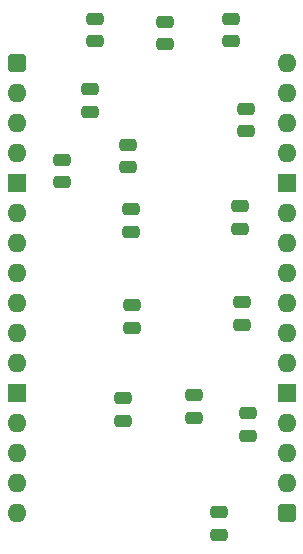
<source format=gbs>
%TF.GenerationSoftware,KiCad,Pcbnew,7.0.5*%
%TF.CreationDate,2024-02-14T10:39:52+02:00*%
%TF.ProjectId,W65C816 Clock Hold,57363543-3831-4362-9043-6c6f636b2048,V1*%
%TF.SameCoordinates,PX525bfc0PY43d3480*%
%TF.FileFunction,Soldermask,Bot*%
%TF.FilePolarity,Negative*%
%FSLAX46Y46*%
G04 Gerber Fmt 4.6, Leading zero omitted, Abs format (unit mm)*
G04 Created by KiCad (PCBNEW 7.0.5) date 2024-02-14 10:39:52*
%MOMM*%
%LPD*%
G01*
G04 APERTURE LIST*
G04 Aperture macros list*
%AMRoundRect*
0 Rectangle with rounded corners*
0 $1 Rounding radius*
0 $2 $3 $4 $5 $6 $7 $8 $9 X,Y pos of 4 corners*
0 Add a 4 corners polygon primitive as box body*
4,1,4,$2,$3,$4,$5,$6,$7,$8,$9,$2,$3,0*
0 Add four circle primitives for the rounded corners*
1,1,$1+$1,$2,$3*
1,1,$1+$1,$4,$5*
1,1,$1+$1,$6,$7*
1,1,$1+$1,$8,$9*
0 Add four rect primitives between the rounded corners*
20,1,$1+$1,$2,$3,$4,$5,0*
20,1,$1+$1,$4,$5,$6,$7,0*
20,1,$1+$1,$6,$7,$8,$9,0*
20,1,$1+$1,$8,$9,$2,$3,0*%
G04 Aperture macros list end*
%ADD10RoundRect,0.400000X-0.400000X-0.400000X0.400000X-0.400000X0.400000X0.400000X-0.400000X0.400000X0*%
%ADD11O,1.600000X1.600000*%
%ADD12R,1.600000X1.600000*%
%ADD13RoundRect,0.250000X-0.475000X0.250000X-0.475000X-0.250000X0.475000X-0.250000X0.475000X0.250000X0*%
G04 APERTURE END LIST*
D10*
%TO.C,J1*%
X0Y0D03*
D11*
X0Y-2540000D03*
X0Y-5080000D03*
X0Y-7620000D03*
D12*
X0Y-10160000D03*
D11*
X0Y-12700000D03*
X0Y-15240000D03*
X0Y-17780000D03*
X0Y-20320000D03*
X0Y-22860000D03*
X0Y-25400000D03*
D12*
X0Y-27940000D03*
D11*
X0Y-30480000D03*
X0Y-33020000D03*
X0Y-35560000D03*
X0Y-38100000D03*
D10*
X22860000Y-38100000D03*
D11*
X22860000Y-35560000D03*
X22860000Y-33020000D03*
X22860000Y-30480000D03*
D12*
X22860000Y-27940000D03*
D11*
X22860000Y-25400000D03*
X22860000Y-22860000D03*
X22860000Y-20320000D03*
X22860000Y-17780000D03*
X22860000Y-15240000D03*
X22860000Y-12700000D03*
D12*
X22860000Y-10160000D03*
D11*
X22860000Y-7620000D03*
X22860000Y-5080000D03*
X22860000Y-2540000D03*
X22860000Y0D03*
%TD*%
D13*
%TO.C,C57*%
X14986000Y-28149000D03*
X14986000Y-30049000D03*
%TD*%
%TO.C,C27*%
X19050000Y-20275000D03*
X19050000Y-22175000D03*
%TD*%
%TO.C,C23*%
X18161000Y3728000D03*
X18161000Y1828000D03*
%TD*%
%TO.C,C25*%
X18923000Y-12147000D03*
X18923000Y-14047000D03*
%TD*%
%TO.C,C26*%
X9779000Y-20529000D03*
X9779000Y-22429000D03*
%TD*%
%TO.C,C48*%
X9398000Y-6940000D03*
X9398000Y-8840000D03*
%TD*%
%TO.C,C22*%
X12573000Y3474000D03*
X12573000Y1574000D03*
%TD*%
%TO.C,C47*%
X6604000Y3728000D03*
X6604000Y1828000D03*
%TD*%
%TO.C,C20*%
X19431000Y-3892000D03*
X19431000Y-5792000D03*
%TD*%
%TO.C,C24*%
X6223000Y-2241000D03*
X6223000Y-4141000D03*
%TD*%
%TO.C,C30*%
X17145000Y-38055000D03*
X17145000Y-39955000D03*
%TD*%
%TO.C,C56*%
X3810000Y-8210000D03*
X3810000Y-10110000D03*
%TD*%
%TO.C,C21*%
X9652000Y-12401000D03*
X9652000Y-14301000D03*
%TD*%
%TO.C,C28*%
X9017000Y-28403000D03*
X9017000Y-30303000D03*
%TD*%
%TO.C,C29*%
X19558000Y-29673000D03*
X19558000Y-31573000D03*
%TD*%
M02*

</source>
